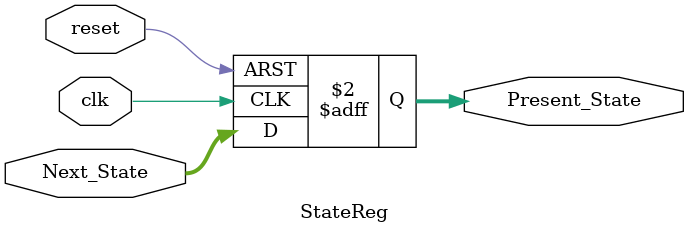
<source format=v>
`timescale 1 ps / 100 fs	  


module StateReg(
    output reg [2:0] Present_State,
    input [2:0] Next_State,
    input wire reset,
    input wire clk
	);

    always @(posedge clk or posedge reset)
    begin
        if (reset)
            Present_State <= 3'b000;
        else
            Present_State <= Next_State;
    end
endmodule

</source>
